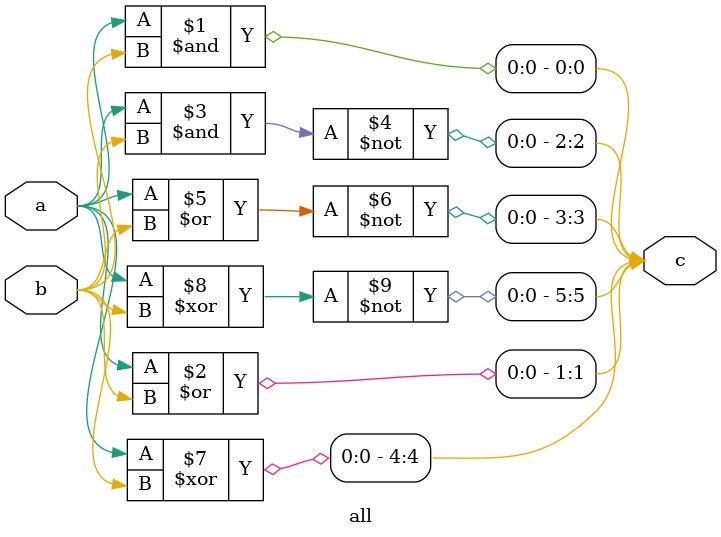
<source format=v>
module all(a,b,c);

input a,b;

output [5:0]c;

assign c[0]=a&b;

assign c[1]=a|b;

assign c[2]=~(a&b);

assign c[3]=~(a|b);

assign c[4]=a^b;

assign c[5]=~(a^b);

endmodule
</source>
